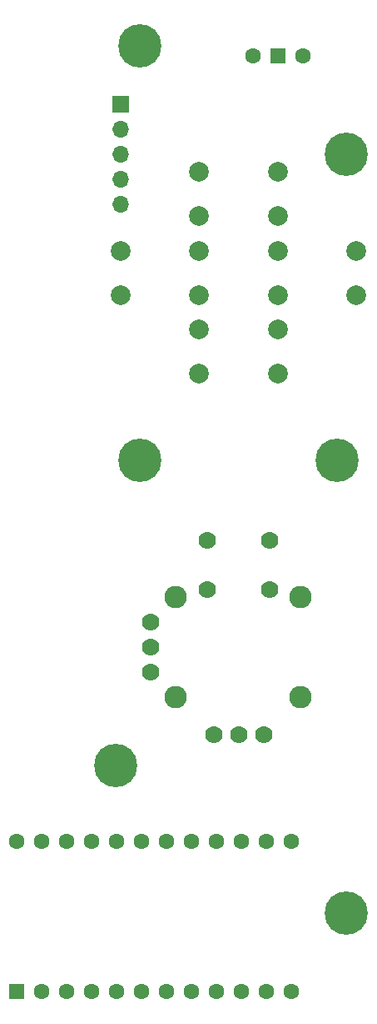
<source format=gbr>
%TF.GenerationSoftware,KiCad,Pcbnew,9.0.0*%
%TF.CreationDate,2025-04-04T15:17:04-04:00*%
%TF.ProjectId,right,72696768-742e-46b6-9963-61645f706362,rev?*%
%TF.SameCoordinates,Original*%
%TF.FileFunction,Soldermask,Bot*%
%TF.FilePolarity,Negative*%
%FSLAX46Y46*%
G04 Gerber Fmt 4.6, Leading zero omitted, Abs format (unit mm)*
G04 Created by KiCad (PCBNEW 9.0.0) date 2025-04-04 15:17:04*
%MOMM*%
%LPD*%
G01*
G04 APERTURE LIST*
%ADD10C,2.000000*%
%ADD11C,1.600000*%
%ADD12R,1.500000X1.500000*%
%ADD13C,4.400000*%
%ADD14R,1.600000X1.600000*%
%ADD15R,1.700000X1.700000*%
%ADD16O,1.700000X1.700000*%
%ADD17C,2.286000*%
%ADD18C,1.778000*%
G04 APERTURE END LIST*
D10*
%TO.C,SW2*%
X123650000Y-67330000D03*
X131650000Y-67330000D03*
X123650000Y-71830000D03*
X131650000Y-71830000D03*
%TD*%
D11*
%TO.C,SW5*%
X137110000Y-47580000D03*
D12*
X139650000Y-47580000D03*
D11*
X142190000Y-47580000D03*
%TD*%
D13*
%TO.C,REF\u002A\u002A*%
X146650000Y-134580000D03*
%TD*%
D10*
%TO.C,SW3*%
X139650000Y-67330000D03*
X147650000Y-67330000D03*
X139650000Y-71830000D03*
X147650000Y-71830000D03*
%TD*%
D13*
%TO.C,REF\u002A\u002A*%
X145650000Y-88580000D03*
%TD*%
D14*
%TO.C,U1*%
X113110000Y-142580000D03*
D11*
X115650000Y-142580000D03*
X118190000Y-142580000D03*
X120730000Y-142580000D03*
X123270000Y-142580000D03*
X125810000Y-142580000D03*
X128350000Y-142580000D03*
X130890000Y-142580000D03*
X133430000Y-142580000D03*
X135970000Y-142580000D03*
X138510000Y-142580000D03*
X141050000Y-142580000D03*
X141050000Y-127340000D03*
X138510000Y-127340000D03*
X135970000Y-127340000D03*
X133430000Y-127340000D03*
X130890000Y-127340000D03*
X128350000Y-127340000D03*
X125810000Y-127340000D03*
X123270000Y-127340000D03*
X120730000Y-127340000D03*
X118190000Y-127340000D03*
X115650000Y-127340000D03*
X113110000Y-127340000D03*
%TD*%
D13*
%TO.C,REF\u002A\u002A*%
X123150000Y-119580000D03*
%TD*%
D10*
%TO.C,SW4*%
X131650000Y-59330000D03*
X139650000Y-59330000D03*
X131650000Y-63830000D03*
X139650000Y-63830000D03*
%TD*%
D15*
%TO.C,J1*%
X123650000Y-52500000D03*
D16*
X123650000Y-55040000D03*
X123650000Y-57580000D03*
X123650000Y-60120000D03*
X123650000Y-62660000D03*
%TD*%
D13*
%TO.C,REF\u002A\u002A*%
X146650000Y-57580000D03*
%TD*%
D10*
%TO.C,SW1*%
X131650000Y-75330000D03*
X139650000Y-75330000D03*
X131650000Y-79830000D03*
X139650000Y-79830000D03*
%TD*%
D17*
%TO.C,U3*%
X129300000Y-102515200D03*
X129300000Y-112645200D03*
X142000000Y-102500000D03*
X142000000Y-112660000D03*
D18*
X133125000Y-116455200D03*
X135665000Y-116475200D03*
X138205000Y-116455200D03*
X126760000Y-105040000D03*
X126745000Y-107565200D03*
X126745000Y-110105200D03*
X132475000Y-101705200D03*
X138835000Y-101725200D03*
X132475000Y-96765200D03*
X138825000Y-96785000D03*
%TD*%
D13*
%TO.C,REF\u002A\u002A*%
X125650000Y-46580000D03*
%TD*%
%TO.C,REF\u002A\u002A*%
X125650000Y-88580000D03*
%TD*%
M02*

</source>
